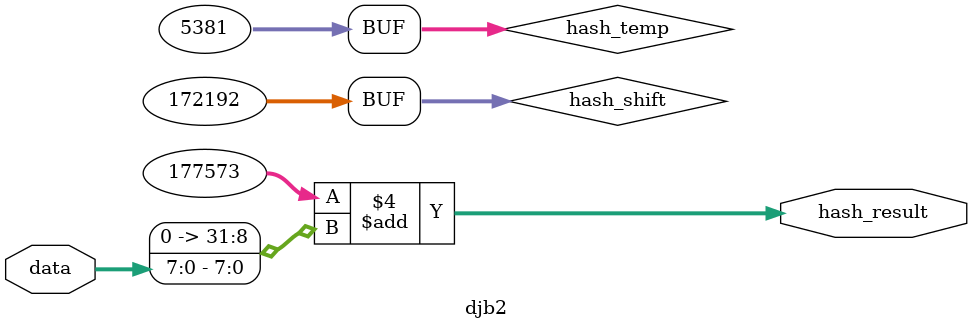
<source format=v>
module djb2(
  input [7:0] data,
  output reg [31:0] hash_result
);
reg [31:0] hash_shift;
reg [31:0] hash_temp;
always@(*)begin
	hash_result=32'd5381;
	hash_shift=(hash_result<<5);
	hash_temp=hash_result;
	hash_result=hash_shift+hash_temp+{24'd0,data};

end
endmodule

</source>
